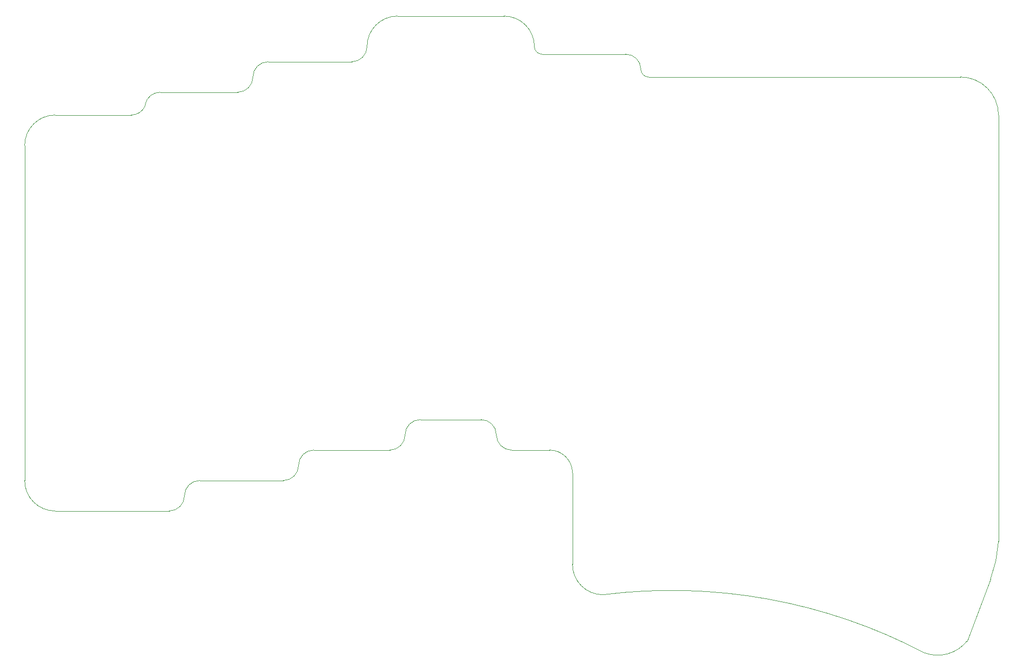
<source format=gbr>
%TF.GenerationSoftware,KiCad,Pcbnew,7.0.10*%
%TF.CreationDate,2024-02-16T13:50:28-07:00*%
%TF.ProjectId,kb42,6b623432-2e6b-4696-9361-645f70636258,rev?*%
%TF.SameCoordinates,Original*%
%TF.FileFunction,Profile,NP*%
%FSLAX46Y46*%
G04 Gerber Fmt 4.6, Leading zero omitted, Abs format (unit mm)*
G04 Created by KiCad (PCBNEW 7.0.10) date 2024-02-16 13:50:28*
%MOMM*%
%LPD*%
G01*
G04 APERTURE LIST*
%TA.AperFunction,Profile*%
%ADD10C,0.100000*%
%TD*%
G04 APERTURE END LIST*
D10*
X82296000Y-46990000D02*
G75*
G03*
X79810630Y-49006038I0J-2540000D01*
G01*
X146050000Y-40640000D02*
X160020000Y-40640000D01*
X114300000Y-41910000D02*
G75*
G03*
X116840000Y-39370000I0J2540000D01*
G01*
X107950000Y-106680000D02*
X120650000Y-106680000D01*
X88900000Y-111760000D02*
X102870000Y-111760000D01*
X163830000Y-44450000D02*
X215900000Y-44450000D01*
X222250000Y-50800000D02*
G75*
G03*
X215900000Y-44450000I-6350000J0D01*
G01*
X216993227Y-138542581D02*
X220910291Y-128243859D01*
X79741845Y-49395923D02*
X79810630Y-49006038D01*
X100330000Y-41910000D02*
X114300000Y-41910000D01*
X59690000Y-55880000D02*
X59690000Y-111760000D01*
X121920000Y-34290000D02*
X139700000Y-34290000D01*
X77470000Y-50800000D02*
G75*
G03*
X79741845Y-49395923I0J2540000D01*
G01*
X138430000Y-104140000D02*
G75*
G03*
X135890000Y-101600000I-2540000J0D01*
G01*
X100330000Y-41910000D02*
G75*
G03*
X97790000Y-44450000I0J-2540000D01*
G01*
X151130000Y-125730000D02*
G75*
G03*
X156210000Y-130810000I5080000J0D01*
G01*
X162560000Y-43180000D02*
G75*
G03*
X163830000Y-44450000I1270000J0D01*
G01*
X138430000Y-104140000D02*
G75*
G03*
X140970000Y-106680000I2540000J0D01*
G01*
X121920000Y-34290000D02*
G75*
G03*
X116840000Y-39370000I0J-5080000D01*
G01*
X107950000Y-106680000D02*
G75*
G03*
X105410000Y-109220000I0J-2540000D01*
G01*
X83820000Y-116840000D02*
G75*
G03*
X86360000Y-114300000I0J2540000D01*
G01*
X144780000Y-39370000D02*
G75*
G03*
X146050000Y-40640000I1270000J0D01*
G01*
X140970000Y-106680000D02*
X147320000Y-106680000D01*
X209863611Y-140491240D02*
G75*
G03*
X216993226Y-138542580I2226389J5871240D01*
G01*
X209863611Y-140491242D02*
G75*
G03*
X156210000Y-130810002I-42223611J-80488758D01*
G01*
X220910290Y-128243859D02*
G75*
G03*
X222249998Y-121920000I-20250290J7593859D01*
G01*
X120650000Y-106680000D02*
G75*
G03*
X123190000Y-104140000I0J2540000D01*
G01*
X82296000Y-46990000D02*
X95250000Y-46990000D01*
X151130000Y-110490000D02*
G75*
G03*
X147320000Y-106680000I-3810000J0D01*
G01*
X95250000Y-46990000D02*
G75*
G03*
X97790000Y-44450000I0J2540000D01*
G01*
X102870000Y-111760000D02*
G75*
G03*
X105410000Y-109220000I0J2540000D01*
G01*
X59690000Y-111760000D02*
G75*
G03*
X64770000Y-116840000I5080000J0D01*
G01*
X162560000Y-43180000D02*
G75*
G03*
X160020000Y-40640000I-2540000J0D01*
G01*
X222250000Y-50800000D02*
X222250000Y-121920000D01*
X64770000Y-50800000D02*
X77470000Y-50800000D01*
X125730000Y-101600000D02*
G75*
G03*
X123190000Y-104140000I0J-2540000D01*
G01*
X88900000Y-111760000D02*
G75*
G03*
X86360000Y-114300000I0J-2540000D01*
G01*
X125730000Y-101600000D02*
X135890000Y-101600000D01*
X64770000Y-116840000D02*
X83820000Y-116840000D01*
X151130000Y-110490000D02*
X151130000Y-125730000D01*
X144780000Y-39370000D02*
G75*
G03*
X139700000Y-34290000I-5080000J0D01*
G01*
X64770000Y-50800000D02*
G75*
G03*
X59690000Y-55880000I0J-5080000D01*
G01*
M02*

</source>
